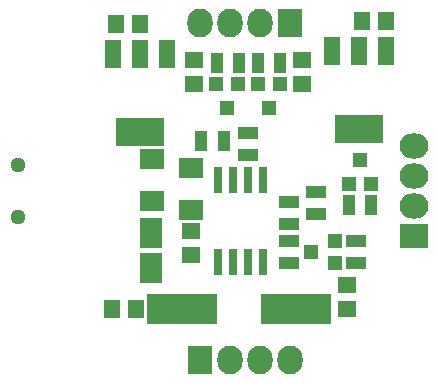
<source format=gbr>
G04 #@! TF.FileFunction,Soldermask,Top*
%FSLAX46Y46*%
G04 Gerber Fmt 4.6, Leading zero omitted, Abs format (unit mm)*
G04 Created by KiCad (PCBNEW 4.0.2+dfsg1-stable) date Thu 18 Aug 2016 03:04:42 AM CEST*
%MOMM*%
G01*
G04 APERTURE LIST*
%ADD10C,0.100000*%
%ADD11R,2.099260X1.700480*%
%ADD12R,1.650000X1.400000*%
%ADD13R,2.127200X2.432000*%
%ADD14O,2.127200X2.432000*%
%ADD15C,1.299160*%
%ADD16R,1.200100X1.200100*%
%ADD17R,4.057600X2.432000*%
%ADD18R,1.416000X2.432000*%
%ADD19R,6.000700X2.500580*%
%ADD20R,1.400000X1.650000*%
%ADD21R,1.100000X1.700000*%
%ADD22R,1.700000X1.100000*%
%ADD23R,2.432000X2.127200*%
%ADD24O,2.432000X2.127200*%
%ADD25R,0.700000X2.230000*%
%ADD26R,1.901140X2.548840*%
G04 APERTURE END LIST*
D10*
D11*
X103124000Y-80291940D03*
X103124000Y-83792060D03*
D12*
X106680000Y-71882000D03*
X106680000Y-73882000D03*
D13*
X107188000Y-97322000D03*
D14*
X109728000Y-97322000D03*
X112268000Y-97322000D03*
X114808000Y-97322000D03*
D15*
X91782900Y-85199640D03*
X91782900Y-80800360D03*
D16*
X110424000Y-73947020D03*
X108524000Y-73947020D03*
X109474000Y-75946000D03*
X113980000Y-73929240D03*
X112080000Y-73929240D03*
X113030000Y-75928220D03*
D17*
X102108000Y-77978000D03*
D18*
X102108000Y-71374000D03*
X99822000Y-71374000D03*
X104394000Y-71374000D03*
D17*
X120650000Y-77724000D03*
D18*
X120650000Y-71120000D03*
X118364000Y-71120000D03*
X122936000Y-71120000D03*
D19*
X105641140Y-92964000D03*
X115338860Y-92964000D03*
D11*
X106426000Y-81053940D03*
X106426000Y-84554060D03*
D20*
X101750000Y-93000000D03*
X99750000Y-93000000D03*
D12*
X119634000Y-92948000D03*
X119634000Y-90948000D03*
X106426000Y-88376000D03*
X106426000Y-86376000D03*
D20*
X100092000Y-68834000D03*
X102092000Y-68834000D03*
D12*
X115824000Y-73898000D03*
X115824000Y-71898000D03*
D20*
X120920000Y-68580000D03*
X122920000Y-68580000D03*
D21*
X110490000Y-72136000D03*
X108590000Y-72136000D03*
D22*
X114750000Y-87188000D03*
X114750000Y-89088000D03*
X117000000Y-84958000D03*
X117000000Y-83058000D03*
X111250000Y-79950000D03*
X111250000Y-78050000D03*
D21*
X109200000Y-78750000D03*
X107300000Y-78750000D03*
X113980000Y-72136000D03*
X112080000Y-72136000D03*
D22*
X114750000Y-85786000D03*
X114750000Y-83886000D03*
D23*
X125270000Y-86810000D03*
D24*
X125270000Y-84270000D03*
X125270000Y-81730000D03*
X125270000Y-79190000D03*
D13*
X114810000Y-68790000D03*
D14*
X112270000Y-68790000D03*
X109730000Y-68790000D03*
X107190000Y-68790000D03*
D16*
X119778000Y-82364760D03*
X121678000Y-82364760D03*
X120728000Y-80365780D03*
X118602760Y-89088000D03*
X118602760Y-87188000D03*
X116603780Y-88138000D03*
D21*
X119778000Y-84158000D03*
X121678000Y-84158000D03*
D22*
X120396000Y-89088000D03*
X120396000Y-87188000D03*
D25*
X108712000Y-89000000D03*
X109982000Y-89000000D03*
X111252000Y-89000000D03*
X112522000Y-89000000D03*
X112522000Y-82000000D03*
X111252000Y-82000000D03*
X109982000Y-82000000D03*
X108712000Y-82000000D03*
D26*
X103000000Y-86498860D03*
X103000000Y-89501140D03*
M02*

</source>
